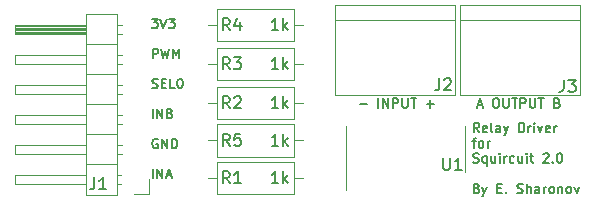
<source format=gbr>
%TF.GenerationSoftware,KiCad,Pcbnew,7.0.9*%
%TF.CreationDate,2025-02-03T19:38:27-05:00*%
%TF.ProjectId,squircuit_relay_prototyping,73717569-7263-4756-9974-5f72656c6179,rev?*%
%TF.SameCoordinates,Original*%
%TF.FileFunction,Legend,Top*%
%TF.FilePolarity,Positive*%
%FSLAX46Y46*%
G04 Gerber Fmt 4.6, Leading zero omitted, Abs format (unit mm)*
G04 Created by KiCad (PCBNEW 7.0.9) date 2025-02-03 19:38:27*
%MOMM*%
%LPD*%
G01*
G04 APERTURE LIST*
%ADD10C,0.150000*%
%ADD11C,0.120000*%
G04 APERTURE END LIST*
D10*
X28191064Y-19922200D02*
X28305350Y-19960295D01*
X28305350Y-19960295D02*
X28495826Y-19960295D01*
X28495826Y-19960295D02*
X28572017Y-19922200D01*
X28572017Y-19922200D02*
X28610112Y-19884104D01*
X28610112Y-19884104D02*
X28648207Y-19807914D01*
X28648207Y-19807914D02*
X28648207Y-19731723D01*
X28648207Y-19731723D02*
X28610112Y-19655533D01*
X28610112Y-19655533D02*
X28572017Y-19617438D01*
X28572017Y-19617438D02*
X28495826Y-19579342D01*
X28495826Y-19579342D02*
X28343445Y-19541247D01*
X28343445Y-19541247D02*
X28267255Y-19503152D01*
X28267255Y-19503152D02*
X28229160Y-19465057D01*
X28229160Y-19465057D02*
X28191064Y-19388866D01*
X28191064Y-19388866D02*
X28191064Y-19312676D01*
X28191064Y-19312676D02*
X28229160Y-19236485D01*
X28229160Y-19236485D02*
X28267255Y-19198390D01*
X28267255Y-19198390D02*
X28343445Y-19160295D01*
X28343445Y-19160295D02*
X28533922Y-19160295D01*
X28533922Y-19160295D02*
X28648207Y-19198390D01*
X28991065Y-19541247D02*
X29257731Y-19541247D01*
X29372017Y-19960295D02*
X28991065Y-19960295D01*
X28991065Y-19960295D02*
X28991065Y-19160295D01*
X28991065Y-19160295D02*
X29372017Y-19160295D01*
X30095827Y-19960295D02*
X29714875Y-19960295D01*
X29714875Y-19960295D02*
X29714875Y-19160295D01*
X30514875Y-19160295D02*
X30591065Y-19160295D01*
X30591065Y-19160295D02*
X30667256Y-19198390D01*
X30667256Y-19198390D02*
X30705351Y-19236485D01*
X30705351Y-19236485D02*
X30743446Y-19312676D01*
X30743446Y-19312676D02*
X30781541Y-19465057D01*
X30781541Y-19465057D02*
X30781541Y-19655533D01*
X30781541Y-19655533D02*
X30743446Y-19807914D01*
X30743446Y-19807914D02*
X30705351Y-19884104D01*
X30705351Y-19884104D02*
X30667256Y-19922200D01*
X30667256Y-19922200D02*
X30591065Y-19960295D01*
X30591065Y-19960295D02*
X30514875Y-19960295D01*
X30514875Y-19960295D02*
X30438684Y-19922200D01*
X30438684Y-19922200D02*
X30400589Y-19884104D01*
X30400589Y-19884104D02*
X30362494Y-19807914D01*
X30362494Y-19807914D02*
X30324398Y-19655533D01*
X30324398Y-19655533D02*
X30324398Y-19465057D01*
X30324398Y-19465057D02*
X30362494Y-19312676D01*
X30362494Y-19312676D02*
X30400589Y-19236485D01*
X30400589Y-19236485D02*
X30438684Y-19198390D01*
X30438684Y-19198390D02*
X30514875Y-19160295D01*
X28648207Y-24278390D02*
X28572017Y-24240295D01*
X28572017Y-24240295D02*
X28457731Y-24240295D01*
X28457731Y-24240295D02*
X28343445Y-24278390D01*
X28343445Y-24278390D02*
X28267255Y-24354580D01*
X28267255Y-24354580D02*
X28229160Y-24430771D01*
X28229160Y-24430771D02*
X28191064Y-24583152D01*
X28191064Y-24583152D02*
X28191064Y-24697438D01*
X28191064Y-24697438D02*
X28229160Y-24849819D01*
X28229160Y-24849819D02*
X28267255Y-24926009D01*
X28267255Y-24926009D02*
X28343445Y-25002200D01*
X28343445Y-25002200D02*
X28457731Y-25040295D01*
X28457731Y-25040295D02*
X28533922Y-25040295D01*
X28533922Y-25040295D02*
X28648207Y-25002200D01*
X28648207Y-25002200D02*
X28686303Y-24964104D01*
X28686303Y-24964104D02*
X28686303Y-24697438D01*
X28686303Y-24697438D02*
X28533922Y-24697438D01*
X29029160Y-25040295D02*
X29029160Y-24240295D01*
X29029160Y-24240295D02*
X29486303Y-25040295D01*
X29486303Y-25040295D02*
X29486303Y-24240295D01*
X29867255Y-25040295D02*
X29867255Y-24240295D01*
X29867255Y-24240295D02*
X30057731Y-24240295D01*
X30057731Y-24240295D02*
X30172017Y-24278390D01*
X30172017Y-24278390D02*
X30248207Y-24354580D01*
X30248207Y-24354580D02*
X30286302Y-24430771D01*
X30286302Y-24430771D02*
X30324398Y-24583152D01*
X30324398Y-24583152D02*
X30324398Y-24697438D01*
X30324398Y-24697438D02*
X30286302Y-24849819D01*
X30286302Y-24849819D02*
X30248207Y-24926009D01*
X30248207Y-24926009D02*
X30172017Y-25002200D01*
X30172017Y-25002200D02*
X30057731Y-25040295D01*
X30057731Y-25040295D02*
X29867255Y-25040295D01*
X55864303Y-23698295D02*
X55597636Y-23317342D01*
X55407160Y-23698295D02*
X55407160Y-22898295D01*
X55407160Y-22898295D02*
X55711922Y-22898295D01*
X55711922Y-22898295D02*
X55788112Y-22936390D01*
X55788112Y-22936390D02*
X55826207Y-22974485D01*
X55826207Y-22974485D02*
X55864303Y-23050676D01*
X55864303Y-23050676D02*
X55864303Y-23164961D01*
X55864303Y-23164961D02*
X55826207Y-23241152D01*
X55826207Y-23241152D02*
X55788112Y-23279247D01*
X55788112Y-23279247D02*
X55711922Y-23317342D01*
X55711922Y-23317342D02*
X55407160Y-23317342D01*
X56511922Y-23660200D02*
X56435731Y-23698295D01*
X56435731Y-23698295D02*
X56283350Y-23698295D01*
X56283350Y-23698295D02*
X56207160Y-23660200D01*
X56207160Y-23660200D02*
X56169064Y-23584009D01*
X56169064Y-23584009D02*
X56169064Y-23279247D01*
X56169064Y-23279247D02*
X56207160Y-23203057D01*
X56207160Y-23203057D02*
X56283350Y-23164961D01*
X56283350Y-23164961D02*
X56435731Y-23164961D01*
X56435731Y-23164961D02*
X56511922Y-23203057D01*
X56511922Y-23203057D02*
X56550017Y-23279247D01*
X56550017Y-23279247D02*
X56550017Y-23355438D01*
X56550017Y-23355438D02*
X56169064Y-23431628D01*
X57007159Y-23698295D02*
X56930969Y-23660200D01*
X56930969Y-23660200D02*
X56892874Y-23584009D01*
X56892874Y-23584009D02*
X56892874Y-22898295D01*
X57654779Y-23698295D02*
X57654779Y-23279247D01*
X57654779Y-23279247D02*
X57616684Y-23203057D01*
X57616684Y-23203057D02*
X57540493Y-23164961D01*
X57540493Y-23164961D02*
X57388112Y-23164961D01*
X57388112Y-23164961D02*
X57311922Y-23203057D01*
X57654779Y-23660200D02*
X57578588Y-23698295D01*
X57578588Y-23698295D02*
X57388112Y-23698295D01*
X57388112Y-23698295D02*
X57311922Y-23660200D01*
X57311922Y-23660200D02*
X57273826Y-23584009D01*
X57273826Y-23584009D02*
X57273826Y-23507819D01*
X57273826Y-23507819D02*
X57311922Y-23431628D01*
X57311922Y-23431628D02*
X57388112Y-23393533D01*
X57388112Y-23393533D02*
X57578588Y-23393533D01*
X57578588Y-23393533D02*
X57654779Y-23355438D01*
X57959541Y-23164961D02*
X58150017Y-23698295D01*
X58340494Y-23164961D02*
X58150017Y-23698295D01*
X58150017Y-23698295D02*
X58073827Y-23888771D01*
X58073827Y-23888771D02*
X58035732Y-23926866D01*
X58035732Y-23926866D02*
X57959541Y-23964961D01*
X59254780Y-23698295D02*
X59254780Y-22898295D01*
X59254780Y-22898295D02*
X59445256Y-22898295D01*
X59445256Y-22898295D02*
X59559542Y-22936390D01*
X59559542Y-22936390D02*
X59635732Y-23012580D01*
X59635732Y-23012580D02*
X59673827Y-23088771D01*
X59673827Y-23088771D02*
X59711923Y-23241152D01*
X59711923Y-23241152D02*
X59711923Y-23355438D01*
X59711923Y-23355438D02*
X59673827Y-23507819D01*
X59673827Y-23507819D02*
X59635732Y-23584009D01*
X59635732Y-23584009D02*
X59559542Y-23660200D01*
X59559542Y-23660200D02*
X59445256Y-23698295D01*
X59445256Y-23698295D02*
X59254780Y-23698295D01*
X60054780Y-23698295D02*
X60054780Y-23164961D01*
X60054780Y-23317342D02*
X60092875Y-23241152D01*
X60092875Y-23241152D02*
X60130970Y-23203057D01*
X60130970Y-23203057D02*
X60207161Y-23164961D01*
X60207161Y-23164961D02*
X60283351Y-23164961D01*
X60550018Y-23698295D02*
X60550018Y-23164961D01*
X60550018Y-22898295D02*
X60511922Y-22936390D01*
X60511922Y-22936390D02*
X60550018Y-22974485D01*
X60550018Y-22974485D02*
X60588113Y-22936390D01*
X60588113Y-22936390D02*
X60550018Y-22898295D01*
X60550018Y-22898295D02*
X60550018Y-22974485D01*
X60854779Y-23164961D02*
X61045255Y-23698295D01*
X61045255Y-23698295D02*
X61235732Y-23164961D01*
X61845256Y-23660200D02*
X61769065Y-23698295D01*
X61769065Y-23698295D02*
X61616684Y-23698295D01*
X61616684Y-23698295D02*
X61540494Y-23660200D01*
X61540494Y-23660200D02*
X61502398Y-23584009D01*
X61502398Y-23584009D02*
X61502398Y-23279247D01*
X61502398Y-23279247D02*
X61540494Y-23203057D01*
X61540494Y-23203057D02*
X61616684Y-23164961D01*
X61616684Y-23164961D02*
X61769065Y-23164961D01*
X61769065Y-23164961D02*
X61845256Y-23203057D01*
X61845256Y-23203057D02*
X61883351Y-23279247D01*
X61883351Y-23279247D02*
X61883351Y-23355438D01*
X61883351Y-23355438D02*
X61502398Y-23431628D01*
X62226208Y-23698295D02*
X62226208Y-23164961D01*
X62226208Y-23317342D02*
X62264303Y-23241152D01*
X62264303Y-23241152D02*
X62302398Y-23203057D01*
X62302398Y-23203057D02*
X62378589Y-23164961D01*
X62378589Y-23164961D02*
X62454779Y-23164961D01*
X55292874Y-24452961D02*
X55597636Y-24452961D01*
X55407160Y-24986295D02*
X55407160Y-24300580D01*
X55407160Y-24300580D02*
X55445255Y-24224390D01*
X55445255Y-24224390D02*
X55521445Y-24186295D01*
X55521445Y-24186295D02*
X55597636Y-24186295D01*
X55978588Y-24986295D02*
X55902398Y-24948200D01*
X55902398Y-24948200D02*
X55864303Y-24910104D01*
X55864303Y-24910104D02*
X55826207Y-24833914D01*
X55826207Y-24833914D02*
X55826207Y-24605342D01*
X55826207Y-24605342D02*
X55864303Y-24529152D01*
X55864303Y-24529152D02*
X55902398Y-24491057D01*
X55902398Y-24491057D02*
X55978588Y-24452961D01*
X55978588Y-24452961D02*
X56092874Y-24452961D01*
X56092874Y-24452961D02*
X56169065Y-24491057D01*
X56169065Y-24491057D02*
X56207160Y-24529152D01*
X56207160Y-24529152D02*
X56245255Y-24605342D01*
X56245255Y-24605342D02*
X56245255Y-24833914D01*
X56245255Y-24833914D02*
X56207160Y-24910104D01*
X56207160Y-24910104D02*
X56169065Y-24948200D01*
X56169065Y-24948200D02*
X56092874Y-24986295D01*
X56092874Y-24986295D02*
X55978588Y-24986295D01*
X56588113Y-24986295D02*
X56588113Y-24452961D01*
X56588113Y-24605342D02*
X56626208Y-24529152D01*
X56626208Y-24529152D02*
X56664303Y-24491057D01*
X56664303Y-24491057D02*
X56740494Y-24452961D01*
X56740494Y-24452961D02*
X56816684Y-24452961D01*
X55369064Y-26236200D02*
X55483350Y-26274295D01*
X55483350Y-26274295D02*
X55673826Y-26274295D01*
X55673826Y-26274295D02*
X55750017Y-26236200D01*
X55750017Y-26236200D02*
X55788112Y-26198104D01*
X55788112Y-26198104D02*
X55826207Y-26121914D01*
X55826207Y-26121914D02*
X55826207Y-26045723D01*
X55826207Y-26045723D02*
X55788112Y-25969533D01*
X55788112Y-25969533D02*
X55750017Y-25931438D01*
X55750017Y-25931438D02*
X55673826Y-25893342D01*
X55673826Y-25893342D02*
X55521445Y-25855247D01*
X55521445Y-25855247D02*
X55445255Y-25817152D01*
X55445255Y-25817152D02*
X55407160Y-25779057D01*
X55407160Y-25779057D02*
X55369064Y-25702866D01*
X55369064Y-25702866D02*
X55369064Y-25626676D01*
X55369064Y-25626676D02*
X55407160Y-25550485D01*
X55407160Y-25550485D02*
X55445255Y-25512390D01*
X55445255Y-25512390D02*
X55521445Y-25474295D01*
X55521445Y-25474295D02*
X55711922Y-25474295D01*
X55711922Y-25474295D02*
X55826207Y-25512390D01*
X56511922Y-25740961D02*
X56511922Y-26540961D01*
X56511922Y-26236200D02*
X56435731Y-26274295D01*
X56435731Y-26274295D02*
X56283350Y-26274295D01*
X56283350Y-26274295D02*
X56207160Y-26236200D01*
X56207160Y-26236200D02*
X56169065Y-26198104D01*
X56169065Y-26198104D02*
X56130969Y-26121914D01*
X56130969Y-26121914D02*
X56130969Y-25893342D01*
X56130969Y-25893342D02*
X56169065Y-25817152D01*
X56169065Y-25817152D02*
X56207160Y-25779057D01*
X56207160Y-25779057D02*
X56283350Y-25740961D01*
X56283350Y-25740961D02*
X56435731Y-25740961D01*
X56435731Y-25740961D02*
X56511922Y-25779057D01*
X57235732Y-25740961D02*
X57235732Y-26274295D01*
X56892875Y-25740961D02*
X56892875Y-26160009D01*
X56892875Y-26160009D02*
X56930970Y-26236200D01*
X56930970Y-26236200D02*
X57007160Y-26274295D01*
X57007160Y-26274295D02*
X57121446Y-26274295D01*
X57121446Y-26274295D02*
X57197637Y-26236200D01*
X57197637Y-26236200D02*
X57235732Y-26198104D01*
X57616685Y-26274295D02*
X57616685Y-25740961D01*
X57616685Y-25474295D02*
X57578589Y-25512390D01*
X57578589Y-25512390D02*
X57616685Y-25550485D01*
X57616685Y-25550485D02*
X57654780Y-25512390D01*
X57654780Y-25512390D02*
X57616685Y-25474295D01*
X57616685Y-25474295D02*
X57616685Y-25550485D01*
X57997637Y-26274295D02*
X57997637Y-25740961D01*
X57997637Y-25893342D02*
X58035732Y-25817152D01*
X58035732Y-25817152D02*
X58073827Y-25779057D01*
X58073827Y-25779057D02*
X58150018Y-25740961D01*
X58150018Y-25740961D02*
X58226208Y-25740961D01*
X58835732Y-26236200D02*
X58759541Y-26274295D01*
X58759541Y-26274295D02*
X58607160Y-26274295D01*
X58607160Y-26274295D02*
X58530970Y-26236200D01*
X58530970Y-26236200D02*
X58492875Y-26198104D01*
X58492875Y-26198104D02*
X58454779Y-26121914D01*
X58454779Y-26121914D02*
X58454779Y-25893342D01*
X58454779Y-25893342D02*
X58492875Y-25817152D01*
X58492875Y-25817152D02*
X58530970Y-25779057D01*
X58530970Y-25779057D02*
X58607160Y-25740961D01*
X58607160Y-25740961D02*
X58759541Y-25740961D01*
X58759541Y-25740961D02*
X58835732Y-25779057D01*
X59521446Y-25740961D02*
X59521446Y-26274295D01*
X59178589Y-25740961D02*
X59178589Y-26160009D01*
X59178589Y-26160009D02*
X59216684Y-26236200D01*
X59216684Y-26236200D02*
X59292874Y-26274295D01*
X59292874Y-26274295D02*
X59407160Y-26274295D01*
X59407160Y-26274295D02*
X59483351Y-26236200D01*
X59483351Y-26236200D02*
X59521446Y-26198104D01*
X59902399Y-26274295D02*
X59902399Y-25740961D01*
X59902399Y-25474295D02*
X59864303Y-25512390D01*
X59864303Y-25512390D02*
X59902399Y-25550485D01*
X59902399Y-25550485D02*
X59940494Y-25512390D01*
X59940494Y-25512390D02*
X59902399Y-25474295D01*
X59902399Y-25474295D02*
X59902399Y-25550485D01*
X60169065Y-25740961D02*
X60473827Y-25740961D01*
X60283351Y-25474295D02*
X60283351Y-26160009D01*
X60283351Y-26160009D02*
X60321446Y-26236200D01*
X60321446Y-26236200D02*
X60397636Y-26274295D01*
X60397636Y-26274295D02*
X60473827Y-26274295D01*
X61311922Y-25550485D02*
X61350018Y-25512390D01*
X61350018Y-25512390D02*
X61426208Y-25474295D01*
X61426208Y-25474295D02*
X61616684Y-25474295D01*
X61616684Y-25474295D02*
X61692875Y-25512390D01*
X61692875Y-25512390D02*
X61730970Y-25550485D01*
X61730970Y-25550485D02*
X61769065Y-25626676D01*
X61769065Y-25626676D02*
X61769065Y-25702866D01*
X61769065Y-25702866D02*
X61730970Y-25817152D01*
X61730970Y-25817152D02*
X61273827Y-26274295D01*
X61273827Y-26274295D02*
X61769065Y-26274295D01*
X62111923Y-26198104D02*
X62150018Y-26236200D01*
X62150018Y-26236200D02*
X62111923Y-26274295D01*
X62111923Y-26274295D02*
X62073827Y-26236200D01*
X62073827Y-26236200D02*
X62111923Y-26198104D01*
X62111923Y-26198104D02*
X62111923Y-26274295D01*
X62645256Y-25474295D02*
X62721446Y-25474295D01*
X62721446Y-25474295D02*
X62797637Y-25512390D01*
X62797637Y-25512390D02*
X62835732Y-25550485D01*
X62835732Y-25550485D02*
X62873827Y-25626676D01*
X62873827Y-25626676D02*
X62911922Y-25779057D01*
X62911922Y-25779057D02*
X62911922Y-25969533D01*
X62911922Y-25969533D02*
X62873827Y-26121914D01*
X62873827Y-26121914D02*
X62835732Y-26198104D01*
X62835732Y-26198104D02*
X62797637Y-26236200D01*
X62797637Y-26236200D02*
X62721446Y-26274295D01*
X62721446Y-26274295D02*
X62645256Y-26274295D01*
X62645256Y-26274295D02*
X62569065Y-26236200D01*
X62569065Y-26236200D02*
X62530970Y-26198104D01*
X62530970Y-26198104D02*
X62492875Y-26121914D01*
X62492875Y-26121914D02*
X62454779Y-25969533D01*
X62454779Y-25969533D02*
X62454779Y-25779057D01*
X62454779Y-25779057D02*
X62492875Y-25626676D01*
X62492875Y-25626676D02*
X62530970Y-25550485D01*
X62530970Y-25550485D02*
X62569065Y-25512390D01*
X62569065Y-25512390D02*
X62645256Y-25474295D01*
X55673826Y-28431247D02*
X55788112Y-28469342D01*
X55788112Y-28469342D02*
X55826207Y-28507438D01*
X55826207Y-28507438D02*
X55864303Y-28583628D01*
X55864303Y-28583628D02*
X55864303Y-28697914D01*
X55864303Y-28697914D02*
X55826207Y-28774104D01*
X55826207Y-28774104D02*
X55788112Y-28812200D01*
X55788112Y-28812200D02*
X55711922Y-28850295D01*
X55711922Y-28850295D02*
X55407160Y-28850295D01*
X55407160Y-28850295D02*
X55407160Y-28050295D01*
X55407160Y-28050295D02*
X55673826Y-28050295D01*
X55673826Y-28050295D02*
X55750017Y-28088390D01*
X55750017Y-28088390D02*
X55788112Y-28126485D01*
X55788112Y-28126485D02*
X55826207Y-28202676D01*
X55826207Y-28202676D02*
X55826207Y-28278866D01*
X55826207Y-28278866D02*
X55788112Y-28355057D01*
X55788112Y-28355057D02*
X55750017Y-28393152D01*
X55750017Y-28393152D02*
X55673826Y-28431247D01*
X55673826Y-28431247D02*
X55407160Y-28431247D01*
X56130969Y-28316961D02*
X56321445Y-28850295D01*
X56511922Y-28316961D02*
X56321445Y-28850295D01*
X56321445Y-28850295D02*
X56245255Y-29040771D01*
X56245255Y-29040771D02*
X56207160Y-29078866D01*
X56207160Y-29078866D02*
X56130969Y-29116961D01*
X57426208Y-28431247D02*
X57692874Y-28431247D01*
X57807160Y-28850295D02*
X57426208Y-28850295D01*
X57426208Y-28850295D02*
X57426208Y-28050295D01*
X57426208Y-28050295D02*
X57807160Y-28050295D01*
X58150018Y-28774104D02*
X58188113Y-28812200D01*
X58188113Y-28812200D02*
X58150018Y-28850295D01*
X58150018Y-28850295D02*
X58111922Y-28812200D01*
X58111922Y-28812200D02*
X58150018Y-28774104D01*
X58150018Y-28774104D02*
X58150018Y-28850295D01*
X59102398Y-28812200D02*
X59216684Y-28850295D01*
X59216684Y-28850295D02*
X59407160Y-28850295D01*
X59407160Y-28850295D02*
X59483351Y-28812200D01*
X59483351Y-28812200D02*
X59521446Y-28774104D01*
X59521446Y-28774104D02*
X59559541Y-28697914D01*
X59559541Y-28697914D02*
X59559541Y-28621723D01*
X59559541Y-28621723D02*
X59521446Y-28545533D01*
X59521446Y-28545533D02*
X59483351Y-28507438D01*
X59483351Y-28507438D02*
X59407160Y-28469342D01*
X59407160Y-28469342D02*
X59254779Y-28431247D01*
X59254779Y-28431247D02*
X59178589Y-28393152D01*
X59178589Y-28393152D02*
X59140494Y-28355057D01*
X59140494Y-28355057D02*
X59102398Y-28278866D01*
X59102398Y-28278866D02*
X59102398Y-28202676D01*
X59102398Y-28202676D02*
X59140494Y-28126485D01*
X59140494Y-28126485D02*
X59178589Y-28088390D01*
X59178589Y-28088390D02*
X59254779Y-28050295D01*
X59254779Y-28050295D02*
X59445256Y-28050295D01*
X59445256Y-28050295D02*
X59559541Y-28088390D01*
X59902399Y-28850295D02*
X59902399Y-28050295D01*
X60245256Y-28850295D02*
X60245256Y-28431247D01*
X60245256Y-28431247D02*
X60207161Y-28355057D01*
X60207161Y-28355057D02*
X60130970Y-28316961D01*
X60130970Y-28316961D02*
X60016684Y-28316961D01*
X60016684Y-28316961D02*
X59940494Y-28355057D01*
X59940494Y-28355057D02*
X59902399Y-28393152D01*
X60969066Y-28850295D02*
X60969066Y-28431247D01*
X60969066Y-28431247D02*
X60930971Y-28355057D01*
X60930971Y-28355057D02*
X60854780Y-28316961D01*
X60854780Y-28316961D02*
X60702399Y-28316961D01*
X60702399Y-28316961D02*
X60626209Y-28355057D01*
X60969066Y-28812200D02*
X60892875Y-28850295D01*
X60892875Y-28850295D02*
X60702399Y-28850295D01*
X60702399Y-28850295D02*
X60626209Y-28812200D01*
X60626209Y-28812200D02*
X60588113Y-28736009D01*
X60588113Y-28736009D02*
X60588113Y-28659819D01*
X60588113Y-28659819D02*
X60626209Y-28583628D01*
X60626209Y-28583628D02*
X60702399Y-28545533D01*
X60702399Y-28545533D02*
X60892875Y-28545533D01*
X60892875Y-28545533D02*
X60969066Y-28507438D01*
X61350019Y-28850295D02*
X61350019Y-28316961D01*
X61350019Y-28469342D02*
X61388114Y-28393152D01*
X61388114Y-28393152D02*
X61426209Y-28355057D01*
X61426209Y-28355057D02*
X61502400Y-28316961D01*
X61502400Y-28316961D02*
X61578590Y-28316961D01*
X61959542Y-28850295D02*
X61883352Y-28812200D01*
X61883352Y-28812200D02*
X61845257Y-28774104D01*
X61845257Y-28774104D02*
X61807161Y-28697914D01*
X61807161Y-28697914D02*
X61807161Y-28469342D01*
X61807161Y-28469342D02*
X61845257Y-28393152D01*
X61845257Y-28393152D02*
X61883352Y-28355057D01*
X61883352Y-28355057D02*
X61959542Y-28316961D01*
X61959542Y-28316961D02*
X62073828Y-28316961D01*
X62073828Y-28316961D02*
X62150019Y-28355057D01*
X62150019Y-28355057D02*
X62188114Y-28393152D01*
X62188114Y-28393152D02*
X62226209Y-28469342D01*
X62226209Y-28469342D02*
X62226209Y-28697914D01*
X62226209Y-28697914D02*
X62188114Y-28774104D01*
X62188114Y-28774104D02*
X62150019Y-28812200D01*
X62150019Y-28812200D02*
X62073828Y-28850295D01*
X62073828Y-28850295D02*
X61959542Y-28850295D01*
X62569067Y-28316961D02*
X62569067Y-28850295D01*
X62569067Y-28393152D02*
X62607162Y-28355057D01*
X62607162Y-28355057D02*
X62683352Y-28316961D01*
X62683352Y-28316961D02*
X62797638Y-28316961D01*
X62797638Y-28316961D02*
X62873829Y-28355057D01*
X62873829Y-28355057D02*
X62911924Y-28431247D01*
X62911924Y-28431247D02*
X62911924Y-28850295D01*
X63407162Y-28850295D02*
X63330972Y-28812200D01*
X63330972Y-28812200D02*
X63292877Y-28774104D01*
X63292877Y-28774104D02*
X63254781Y-28697914D01*
X63254781Y-28697914D02*
X63254781Y-28469342D01*
X63254781Y-28469342D02*
X63292877Y-28393152D01*
X63292877Y-28393152D02*
X63330972Y-28355057D01*
X63330972Y-28355057D02*
X63407162Y-28316961D01*
X63407162Y-28316961D02*
X63521448Y-28316961D01*
X63521448Y-28316961D02*
X63597639Y-28355057D01*
X63597639Y-28355057D02*
X63635734Y-28393152D01*
X63635734Y-28393152D02*
X63673829Y-28469342D01*
X63673829Y-28469342D02*
X63673829Y-28697914D01*
X63673829Y-28697914D02*
X63635734Y-28774104D01*
X63635734Y-28774104D02*
X63597639Y-28812200D01*
X63597639Y-28812200D02*
X63521448Y-28850295D01*
X63521448Y-28850295D02*
X63407162Y-28850295D01*
X63940496Y-28316961D02*
X64130972Y-28850295D01*
X64130972Y-28850295D02*
X64321449Y-28316961D01*
X55750064Y-21382723D02*
X56131017Y-21382723D01*
X55673874Y-21611295D02*
X55940541Y-20811295D01*
X55940541Y-20811295D02*
X56207207Y-21611295D01*
X57235779Y-20811295D02*
X57388160Y-20811295D01*
X57388160Y-20811295D02*
X57464350Y-20849390D01*
X57464350Y-20849390D02*
X57540541Y-20925580D01*
X57540541Y-20925580D02*
X57578636Y-21077961D01*
X57578636Y-21077961D02*
X57578636Y-21344628D01*
X57578636Y-21344628D02*
X57540541Y-21497009D01*
X57540541Y-21497009D02*
X57464350Y-21573200D01*
X57464350Y-21573200D02*
X57388160Y-21611295D01*
X57388160Y-21611295D02*
X57235779Y-21611295D01*
X57235779Y-21611295D02*
X57159588Y-21573200D01*
X57159588Y-21573200D02*
X57083398Y-21497009D01*
X57083398Y-21497009D02*
X57045302Y-21344628D01*
X57045302Y-21344628D02*
X57045302Y-21077961D01*
X57045302Y-21077961D02*
X57083398Y-20925580D01*
X57083398Y-20925580D02*
X57159588Y-20849390D01*
X57159588Y-20849390D02*
X57235779Y-20811295D01*
X57921493Y-20811295D02*
X57921493Y-21458914D01*
X57921493Y-21458914D02*
X57959588Y-21535104D01*
X57959588Y-21535104D02*
X57997683Y-21573200D01*
X57997683Y-21573200D02*
X58073874Y-21611295D01*
X58073874Y-21611295D02*
X58226255Y-21611295D01*
X58226255Y-21611295D02*
X58302445Y-21573200D01*
X58302445Y-21573200D02*
X58340540Y-21535104D01*
X58340540Y-21535104D02*
X58378636Y-21458914D01*
X58378636Y-21458914D02*
X58378636Y-20811295D01*
X58645302Y-20811295D02*
X59102445Y-20811295D01*
X58873873Y-21611295D02*
X58873873Y-20811295D01*
X59369112Y-21611295D02*
X59369112Y-20811295D01*
X59369112Y-20811295D02*
X59673874Y-20811295D01*
X59673874Y-20811295D02*
X59750064Y-20849390D01*
X59750064Y-20849390D02*
X59788159Y-20887485D01*
X59788159Y-20887485D02*
X59826255Y-20963676D01*
X59826255Y-20963676D02*
X59826255Y-21077961D01*
X59826255Y-21077961D02*
X59788159Y-21154152D01*
X59788159Y-21154152D02*
X59750064Y-21192247D01*
X59750064Y-21192247D02*
X59673874Y-21230342D01*
X59673874Y-21230342D02*
X59369112Y-21230342D01*
X60169112Y-20811295D02*
X60169112Y-21458914D01*
X60169112Y-21458914D02*
X60207207Y-21535104D01*
X60207207Y-21535104D02*
X60245302Y-21573200D01*
X60245302Y-21573200D02*
X60321493Y-21611295D01*
X60321493Y-21611295D02*
X60473874Y-21611295D01*
X60473874Y-21611295D02*
X60550064Y-21573200D01*
X60550064Y-21573200D02*
X60588159Y-21535104D01*
X60588159Y-21535104D02*
X60626255Y-21458914D01*
X60626255Y-21458914D02*
X60626255Y-20811295D01*
X60892921Y-20811295D02*
X61350064Y-20811295D01*
X61121492Y-21611295D02*
X61121492Y-20811295D01*
X62492921Y-21192247D02*
X62607207Y-21230342D01*
X62607207Y-21230342D02*
X62645302Y-21268438D01*
X62645302Y-21268438D02*
X62683398Y-21344628D01*
X62683398Y-21344628D02*
X62683398Y-21458914D01*
X62683398Y-21458914D02*
X62645302Y-21535104D01*
X62645302Y-21535104D02*
X62607207Y-21573200D01*
X62607207Y-21573200D02*
X62531017Y-21611295D01*
X62531017Y-21611295D02*
X62226255Y-21611295D01*
X62226255Y-21611295D02*
X62226255Y-20811295D01*
X62226255Y-20811295D02*
X62492921Y-20811295D01*
X62492921Y-20811295D02*
X62569112Y-20849390D01*
X62569112Y-20849390D02*
X62607207Y-20887485D01*
X62607207Y-20887485D02*
X62645302Y-20963676D01*
X62645302Y-20963676D02*
X62645302Y-21039866D01*
X62645302Y-21039866D02*
X62607207Y-21116057D01*
X62607207Y-21116057D02*
X62569112Y-21154152D01*
X62569112Y-21154152D02*
X62492921Y-21192247D01*
X62492921Y-21192247D02*
X62226255Y-21192247D01*
X28152969Y-14080295D02*
X28648207Y-14080295D01*
X28648207Y-14080295D02*
X28381541Y-14385057D01*
X28381541Y-14385057D02*
X28495826Y-14385057D01*
X28495826Y-14385057D02*
X28572017Y-14423152D01*
X28572017Y-14423152D02*
X28610112Y-14461247D01*
X28610112Y-14461247D02*
X28648207Y-14537438D01*
X28648207Y-14537438D02*
X28648207Y-14727914D01*
X28648207Y-14727914D02*
X28610112Y-14804104D01*
X28610112Y-14804104D02*
X28572017Y-14842200D01*
X28572017Y-14842200D02*
X28495826Y-14880295D01*
X28495826Y-14880295D02*
X28267255Y-14880295D01*
X28267255Y-14880295D02*
X28191064Y-14842200D01*
X28191064Y-14842200D02*
X28152969Y-14804104D01*
X28876779Y-14080295D02*
X29143446Y-14880295D01*
X29143446Y-14880295D02*
X29410112Y-14080295D01*
X29600588Y-14080295D02*
X30095826Y-14080295D01*
X30095826Y-14080295D02*
X29829160Y-14385057D01*
X29829160Y-14385057D02*
X29943445Y-14385057D01*
X29943445Y-14385057D02*
X30019636Y-14423152D01*
X30019636Y-14423152D02*
X30057731Y-14461247D01*
X30057731Y-14461247D02*
X30095826Y-14537438D01*
X30095826Y-14537438D02*
X30095826Y-14727914D01*
X30095826Y-14727914D02*
X30057731Y-14804104D01*
X30057731Y-14804104D02*
X30019636Y-14842200D01*
X30019636Y-14842200D02*
X29943445Y-14880295D01*
X29943445Y-14880295D02*
X29714874Y-14880295D01*
X29714874Y-14880295D02*
X29638683Y-14842200D01*
X29638683Y-14842200D02*
X29600588Y-14804104D01*
X28229160Y-17420295D02*
X28229160Y-16620295D01*
X28229160Y-16620295D02*
X28533922Y-16620295D01*
X28533922Y-16620295D02*
X28610112Y-16658390D01*
X28610112Y-16658390D02*
X28648207Y-16696485D01*
X28648207Y-16696485D02*
X28686303Y-16772676D01*
X28686303Y-16772676D02*
X28686303Y-16886961D01*
X28686303Y-16886961D02*
X28648207Y-16963152D01*
X28648207Y-16963152D02*
X28610112Y-17001247D01*
X28610112Y-17001247D02*
X28533922Y-17039342D01*
X28533922Y-17039342D02*
X28229160Y-17039342D01*
X28952969Y-16620295D02*
X29143445Y-17420295D01*
X29143445Y-17420295D02*
X29295826Y-16848866D01*
X29295826Y-16848866D02*
X29448207Y-17420295D01*
X29448207Y-17420295D02*
X29638684Y-16620295D01*
X29943446Y-17420295D02*
X29943446Y-16620295D01*
X29943446Y-16620295D02*
X30210112Y-17191723D01*
X30210112Y-17191723D02*
X30476779Y-16620295D01*
X30476779Y-16620295D02*
X30476779Y-17420295D01*
X45755160Y-21306533D02*
X46364684Y-21306533D01*
X47355160Y-21611295D02*
X47355160Y-20811295D01*
X47736112Y-21611295D02*
X47736112Y-20811295D01*
X47736112Y-20811295D02*
X48193255Y-21611295D01*
X48193255Y-21611295D02*
X48193255Y-20811295D01*
X48574207Y-21611295D02*
X48574207Y-20811295D01*
X48574207Y-20811295D02*
X48878969Y-20811295D01*
X48878969Y-20811295D02*
X48955159Y-20849390D01*
X48955159Y-20849390D02*
X48993254Y-20887485D01*
X48993254Y-20887485D02*
X49031350Y-20963676D01*
X49031350Y-20963676D02*
X49031350Y-21077961D01*
X49031350Y-21077961D02*
X48993254Y-21154152D01*
X48993254Y-21154152D02*
X48955159Y-21192247D01*
X48955159Y-21192247D02*
X48878969Y-21230342D01*
X48878969Y-21230342D02*
X48574207Y-21230342D01*
X49374207Y-20811295D02*
X49374207Y-21458914D01*
X49374207Y-21458914D02*
X49412302Y-21535104D01*
X49412302Y-21535104D02*
X49450397Y-21573200D01*
X49450397Y-21573200D02*
X49526588Y-21611295D01*
X49526588Y-21611295D02*
X49678969Y-21611295D01*
X49678969Y-21611295D02*
X49755159Y-21573200D01*
X49755159Y-21573200D02*
X49793254Y-21535104D01*
X49793254Y-21535104D02*
X49831350Y-21458914D01*
X49831350Y-21458914D02*
X49831350Y-20811295D01*
X50098016Y-20811295D02*
X50555159Y-20811295D01*
X50326587Y-21611295D02*
X50326587Y-20811295D01*
X51431350Y-21306533D02*
X52040874Y-21306533D01*
X51736112Y-21611295D02*
X51736112Y-21001771D01*
X28229160Y-22500295D02*
X28229160Y-21700295D01*
X28610112Y-22500295D02*
X28610112Y-21700295D01*
X28610112Y-21700295D02*
X29067255Y-22500295D01*
X29067255Y-22500295D02*
X29067255Y-21700295D01*
X29714873Y-22081247D02*
X29829159Y-22119342D01*
X29829159Y-22119342D02*
X29867254Y-22157438D01*
X29867254Y-22157438D02*
X29905350Y-22233628D01*
X29905350Y-22233628D02*
X29905350Y-22347914D01*
X29905350Y-22347914D02*
X29867254Y-22424104D01*
X29867254Y-22424104D02*
X29829159Y-22462200D01*
X29829159Y-22462200D02*
X29752969Y-22500295D01*
X29752969Y-22500295D02*
X29448207Y-22500295D01*
X29448207Y-22500295D02*
X29448207Y-21700295D01*
X29448207Y-21700295D02*
X29714873Y-21700295D01*
X29714873Y-21700295D02*
X29791064Y-21738390D01*
X29791064Y-21738390D02*
X29829159Y-21776485D01*
X29829159Y-21776485D02*
X29867254Y-21852676D01*
X29867254Y-21852676D02*
X29867254Y-21928866D01*
X29867254Y-21928866D02*
X29829159Y-22005057D01*
X29829159Y-22005057D02*
X29791064Y-22043152D01*
X29791064Y-22043152D02*
X29714873Y-22081247D01*
X29714873Y-22081247D02*
X29448207Y-22081247D01*
X28229160Y-27580295D02*
X28229160Y-26780295D01*
X28610112Y-27580295D02*
X28610112Y-26780295D01*
X28610112Y-26780295D02*
X29067255Y-27580295D01*
X29067255Y-27580295D02*
X29067255Y-26780295D01*
X29410111Y-27351723D02*
X29791064Y-27351723D01*
X29333921Y-27580295D02*
X29600588Y-26780295D01*
X29600588Y-26780295D02*
X29867254Y-27580295D01*
X23288666Y-27521819D02*
X23288666Y-28236104D01*
X23288666Y-28236104D02*
X23241047Y-28378961D01*
X23241047Y-28378961D02*
X23145809Y-28474200D01*
X23145809Y-28474200D02*
X23002952Y-28521819D01*
X23002952Y-28521819D02*
X22907714Y-28521819D01*
X24288666Y-28521819D02*
X23717238Y-28521819D01*
X24002952Y-28521819D02*
X24002952Y-27521819D01*
X24002952Y-27521819D02*
X23907714Y-27664676D01*
X23907714Y-27664676D02*
X23812476Y-27759914D01*
X23812476Y-27759914D02*
X23717238Y-27807533D01*
X63039666Y-19266819D02*
X63039666Y-19981104D01*
X63039666Y-19981104D02*
X62992047Y-20123961D01*
X62992047Y-20123961D02*
X62896809Y-20219200D01*
X62896809Y-20219200D02*
X62753952Y-20266819D01*
X62753952Y-20266819D02*
X62658714Y-20266819D01*
X63420619Y-19266819D02*
X64039666Y-19266819D01*
X64039666Y-19266819D02*
X63706333Y-19647771D01*
X63706333Y-19647771D02*
X63849190Y-19647771D01*
X63849190Y-19647771D02*
X63944428Y-19695390D01*
X63944428Y-19695390D02*
X63992047Y-19743009D01*
X63992047Y-19743009D02*
X64039666Y-19838247D01*
X64039666Y-19838247D02*
X64039666Y-20076342D01*
X64039666Y-20076342D02*
X63992047Y-20171580D01*
X63992047Y-20171580D02*
X63944428Y-20219200D01*
X63944428Y-20219200D02*
X63849190Y-20266819D01*
X63849190Y-20266819D02*
X63563476Y-20266819D01*
X63563476Y-20266819D02*
X63468238Y-20219200D01*
X63468238Y-20219200D02*
X63420619Y-20171580D01*
X52832095Y-25870819D02*
X52832095Y-26680342D01*
X52832095Y-26680342D02*
X52879714Y-26775580D01*
X52879714Y-26775580D02*
X52927333Y-26823200D01*
X52927333Y-26823200D02*
X53022571Y-26870819D01*
X53022571Y-26870819D02*
X53213047Y-26870819D01*
X53213047Y-26870819D02*
X53308285Y-26823200D01*
X53308285Y-26823200D02*
X53355904Y-26775580D01*
X53355904Y-26775580D02*
X53403523Y-26680342D01*
X53403523Y-26680342D02*
X53403523Y-25870819D01*
X54403523Y-26870819D02*
X53832095Y-26870819D01*
X54117809Y-26870819D02*
X54117809Y-25870819D01*
X54117809Y-25870819D02*
X54022571Y-26013676D01*
X54022571Y-26013676D02*
X53927333Y-26108914D01*
X53927333Y-26108914D02*
X53832095Y-26156533D01*
X52498666Y-19139819D02*
X52498666Y-19854104D01*
X52498666Y-19854104D02*
X52451047Y-19996961D01*
X52451047Y-19996961D02*
X52355809Y-20092200D01*
X52355809Y-20092200D02*
X52212952Y-20139819D01*
X52212952Y-20139819D02*
X52117714Y-20139819D01*
X52927238Y-19235057D02*
X52974857Y-19187438D01*
X52974857Y-19187438D02*
X53070095Y-19139819D01*
X53070095Y-19139819D02*
X53308190Y-19139819D01*
X53308190Y-19139819D02*
X53403428Y-19187438D01*
X53403428Y-19187438D02*
X53451047Y-19235057D01*
X53451047Y-19235057D02*
X53498666Y-19330295D01*
X53498666Y-19330295D02*
X53498666Y-19425533D01*
X53498666Y-19425533D02*
X53451047Y-19568390D01*
X53451047Y-19568390D02*
X52879619Y-20139819D01*
X52879619Y-20139819D02*
X53498666Y-20139819D01*
X34758333Y-21663819D02*
X34425000Y-21187628D01*
X34186905Y-21663819D02*
X34186905Y-20663819D01*
X34186905Y-20663819D02*
X34567857Y-20663819D01*
X34567857Y-20663819D02*
X34663095Y-20711438D01*
X34663095Y-20711438D02*
X34710714Y-20759057D01*
X34710714Y-20759057D02*
X34758333Y-20854295D01*
X34758333Y-20854295D02*
X34758333Y-20997152D01*
X34758333Y-20997152D02*
X34710714Y-21092390D01*
X34710714Y-21092390D02*
X34663095Y-21140009D01*
X34663095Y-21140009D02*
X34567857Y-21187628D01*
X34567857Y-21187628D02*
X34186905Y-21187628D01*
X35139286Y-20759057D02*
X35186905Y-20711438D01*
X35186905Y-20711438D02*
X35282143Y-20663819D01*
X35282143Y-20663819D02*
X35520238Y-20663819D01*
X35520238Y-20663819D02*
X35615476Y-20711438D01*
X35615476Y-20711438D02*
X35663095Y-20759057D01*
X35663095Y-20759057D02*
X35710714Y-20854295D01*
X35710714Y-20854295D02*
X35710714Y-20949533D01*
X35710714Y-20949533D02*
X35663095Y-21092390D01*
X35663095Y-21092390D02*
X35091667Y-21663819D01*
X35091667Y-21663819D02*
X35710714Y-21663819D01*
X38869952Y-21663819D02*
X38298524Y-21663819D01*
X38584238Y-21663819D02*
X38584238Y-20663819D01*
X38584238Y-20663819D02*
X38489000Y-20806676D01*
X38489000Y-20806676D02*
X38393762Y-20901914D01*
X38393762Y-20901914D02*
X38298524Y-20949533D01*
X39298524Y-21663819D02*
X39298524Y-20663819D01*
X39393762Y-21282866D02*
X39679476Y-21663819D01*
X39679476Y-20997152D02*
X39298524Y-21378104D01*
X34758333Y-15059819D02*
X34425000Y-14583628D01*
X34186905Y-15059819D02*
X34186905Y-14059819D01*
X34186905Y-14059819D02*
X34567857Y-14059819D01*
X34567857Y-14059819D02*
X34663095Y-14107438D01*
X34663095Y-14107438D02*
X34710714Y-14155057D01*
X34710714Y-14155057D02*
X34758333Y-14250295D01*
X34758333Y-14250295D02*
X34758333Y-14393152D01*
X34758333Y-14393152D02*
X34710714Y-14488390D01*
X34710714Y-14488390D02*
X34663095Y-14536009D01*
X34663095Y-14536009D02*
X34567857Y-14583628D01*
X34567857Y-14583628D02*
X34186905Y-14583628D01*
X35615476Y-14393152D02*
X35615476Y-15059819D01*
X35377381Y-14012200D02*
X35139286Y-14726485D01*
X35139286Y-14726485D02*
X35758333Y-14726485D01*
X38869952Y-15059819D02*
X38298524Y-15059819D01*
X38584238Y-15059819D02*
X38584238Y-14059819D01*
X38584238Y-14059819D02*
X38489000Y-14202676D01*
X38489000Y-14202676D02*
X38393762Y-14297914D01*
X38393762Y-14297914D02*
X38298524Y-14345533D01*
X39298524Y-15059819D02*
X39298524Y-14059819D01*
X39393762Y-14678866D02*
X39679476Y-15059819D01*
X39679476Y-14393152D02*
X39298524Y-14774104D01*
X34758333Y-18361819D02*
X34425000Y-17885628D01*
X34186905Y-18361819D02*
X34186905Y-17361819D01*
X34186905Y-17361819D02*
X34567857Y-17361819D01*
X34567857Y-17361819D02*
X34663095Y-17409438D01*
X34663095Y-17409438D02*
X34710714Y-17457057D01*
X34710714Y-17457057D02*
X34758333Y-17552295D01*
X34758333Y-17552295D02*
X34758333Y-17695152D01*
X34758333Y-17695152D02*
X34710714Y-17790390D01*
X34710714Y-17790390D02*
X34663095Y-17838009D01*
X34663095Y-17838009D02*
X34567857Y-17885628D01*
X34567857Y-17885628D02*
X34186905Y-17885628D01*
X35091667Y-17361819D02*
X35710714Y-17361819D01*
X35710714Y-17361819D02*
X35377381Y-17742771D01*
X35377381Y-17742771D02*
X35520238Y-17742771D01*
X35520238Y-17742771D02*
X35615476Y-17790390D01*
X35615476Y-17790390D02*
X35663095Y-17838009D01*
X35663095Y-17838009D02*
X35710714Y-17933247D01*
X35710714Y-17933247D02*
X35710714Y-18171342D01*
X35710714Y-18171342D02*
X35663095Y-18266580D01*
X35663095Y-18266580D02*
X35615476Y-18314200D01*
X35615476Y-18314200D02*
X35520238Y-18361819D01*
X35520238Y-18361819D02*
X35234524Y-18361819D01*
X35234524Y-18361819D02*
X35139286Y-18314200D01*
X35139286Y-18314200D02*
X35091667Y-18266580D01*
X38869952Y-18361819D02*
X38298524Y-18361819D01*
X38584238Y-18361819D02*
X38584238Y-17361819D01*
X38584238Y-17361819D02*
X38489000Y-17504676D01*
X38489000Y-17504676D02*
X38393762Y-17599914D01*
X38393762Y-17599914D02*
X38298524Y-17647533D01*
X39298524Y-18361819D02*
X39298524Y-17361819D01*
X39393762Y-17980866D02*
X39679476Y-18361819D01*
X39679476Y-17695152D02*
X39298524Y-18076104D01*
X34758333Y-28013819D02*
X34425000Y-27537628D01*
X34186905Y-28013819D02*
X34186905Y-27013819D01*
X34186905Y-27013819D02*
X34567857Y-27013819D01*
X34567857Y-27013819D02*
X34663095Y-27061438D01*
X34663095Y-27061438D02*
X34710714Y-27109057D01*
X34710714Y-27109057D02*
X34758333Y-27204295D01*
X34758333Y-27204295D02*
X34758333Y-27347152D01*
X34758333Y-27347152D02*
X34710714Y-27442390D01*
X34710714Y-27442390D02*
X34663095Y-27490009D01*
X34663095Y-27490009D02*
X34567857Y-27537628D01*
X34567857Y-27537628D02*
X34186905Y-27537628D01*
X35710714Y-28013819D02*
X35139286Y-28013819D01*
X35425000Y-28013819D02*
X35425000Y-27013819D01*
X35425000Y-27013819D02*
X35329762Y-27156676D01*
X35329762Y-27156676D02*
X35234524Y-27251914D01*
X35234524Y-27251914D02*
X35139286Y-27299533D01*
X38869952Y-28013819D02*
X38298524Y-28013819D01*
X38584238Y-28013819D02*
X38584238Y-27013819D01*
X38584238Y-27013819D02*
X38489000Y-27156676D01*
X38489000Y-27156676D02*
X38393762Y-27251914D01*
X38393762Y-27251914D02*
X38298524Y-27299533D01*
X39298524Y-28013819D02*
X39298524Y-27013819D01*
X39393762Y-27632866D02*
X39679476Y-28013819D01*
X39679476Y-27347152D02*
X39298524Y-27728104D01*
X34758333Y-24838819D02*
X34425000Y-24362628D01*
X34186905Y-24838819D02*
X34186905Y-23838819D01*
X34186905Y-23838819D02*
X34567857Y-23838819D01*
X34567857Y-23838819D02*
X34663095Y-23886438D01*
X34663095Y-23886438D02*
X34710714Y-23934057D01*
X34710714Y-23934057D02*
X34758333Y-24029295D01*
X34758333Y-24029295D02*
X34758333Y-24172152D01*
X34758333Y-24172152D02*
X34710714Y-24267390D01*
X34710714Y-24267390D02*
X34663095Y-24315009D01*
X34663095Y-24315009D02*
X34567857Y-24362628D01*
X34567857Y-24362628D02*
X34186905Y-24362628D01*
X35663095Y-23838819D02*
X35186905Y-23838819D01*
X35186905Y-23838819D02*
X35139286Y-24315009D01*
X35139286Y-24315009D02*
X35186905Y-24267390D01*
X35186905Y-24267390D02*
X35282143Y-24219771D01*
X35282143Y-24219771D02*
X35520238Y-24219771D01*
X35520238Y-24219771D02*
X35615476Y-24267390D01*
X35615476Y-24267390D02*
X35663095Y-24315009D01*
X35663095Y-24315009D02*
X35710714Y-24410247D01*
X35710714Y-24410247D02*
X35710714Y-24648342D01*
X35710714Y-24648342D02*
X35663095Y-24743580D01*
X35663095Y-24743580D02*
X35615476Y-24791200D01*
X35615476Y-24791200D02*
X35520238Y-24838819D01*
X35520238Y-24838819D02*
X35282143Y-24838819D01*
X35282143Y-24838819D02*
X35186905Y-24791200D01*
X35186905Y-24791200D02*
X35139286Y-24743580D01*
X38869952Y-24838819D02*
X38298524Y-24838819D01*
X38584238Y-24838819D02*
X38584238Y-23838819D01*
X38584238Y-23838819D02*
X38489000Y-23981676D01*
X38489000Y-23981676D02*
X38393762Y-24076914D01*
X38393762Y-24076914D02*
X38298524Y-24124533D01*
X39298524Y-24838819D02*
X39298524Y-23838819D01*
X39393762Y-24457866D02*
X39679476Y-24838819D01*
X39679476Y-24172152D02*
X39298524Y-24553104D01*
D11*
%TO.C,J1*%
X27940000Y-28956000D02*
X26670000Y-28956000D01*
X27940000Y-27686000D02*
X27940000Y-28956000D01*
X25627071Y-25526000D02*
X25230000Y-25526000D01*
X25627071Y-24766000D02*
X25230000Y-24766000D01*
X25627071Y-22986000D02*
X25230000Y-22986000D01*
X25627071Y-22226000D02*
X25230000Y-22226000D01*
X25627071Y-20446000D02*
X25230000Y-20446000D01*
X25627071Y-19686000D02*
X25230000Y-19686000D01*
X25627071Y-17906000D02*
X25230000Y-17906000D01*
X25627071Y-17146000D02*
X25230000Y-17146000D01*
X25627071Y-15366000D02*
X25230000Y-15366000D01*
X25627071Y-14606000D02*
X25230000Y-14606000D01*
X25560000Y-28066000D02*
X25230000Y-28066000D01*
X25560000Y-27306000D02*
X25230000Y-27306000D01*
X25230000Y-29016000D02*
X25230000Y-13656000D01*
X25230000Y-26416000D02*
X22570000Y-26416000D01*
X25230000Y-23876000D02*
X22570000Y-23876000D01*
X25230000Y-21336000D02*
X22570000Y-21336000D01*
X25230000Y-18796000D02*
X22570000Y-18796000D01*
X25230000Y-16256000D02*
X22570000Y-16256000D01*
X25230000Y-13656000D02*
X22570000Y-13656000D01*
X22570000Y-29016000D02*
X25230000Y-29016000D01*
X22570000Y-28066000D02*
X16570000Y-28066000D01*
X22570000Y-25526000D02*
X16570000Y-25526000D01*
X22570000Y-22986000D02*
X16570000Y-22986000D01*
X22570000Y-20446000D02*
X16570000Y-20446000D01*
X22570000Y-17906000D02*
X16570000Y-17906000D01*
X22570000Y-15366000D02*
X16570000Y-15366000D01*
X22570000Y-15306000D02*
X16570000Y-15306000D01*
X22570000Y-15186000D02*
X16570000Y-15186000D01*
X22570000Y-15066000D02*
X16570000Y-15066000D01*
X22570000Y-14946000D02*
X16570000Y-14946000D01*
X22570000Y-14826000D02*
X16570000Y-14826000D01*
X22570000Y-14706000D02*
X16570000Y-14706000D01*
X22570000Y-13656000D02*
X22570000Y-29016000D01*
X16570000Y-28066000D02*
X16570000Y-27306000D01*
X16570000Y-27306000D02*
X22570000Y-27306000D01*
X16570000Y-25526000D02*
X16570000Y-24766000D01*
X16570000Y-24766000D02*
X22570000Y-24766000D01*
X16570000Y-22986000D02*
X16570000Y-22226000D01*
X16570000Y-22226000D02*
X22570000Y-22226000D01*
X16570000Y-20446000D02*
X16570000Y-19686000D01*
X16570000Y-19686000D02*
X22570000Y-19686000D01*
X16570000Y-17906000D02*
X16570000Y-17146000D01*
X16570000Y-17146000D02*
X22570000Y-17146000D01*
X16570000Y-15366000D02*
X16570000Y-14606000D01*
X16570000Y-14606000D02*
X22570000Y-14606000D01*
%TO.C,J3*%
X64389000Y-20574000D02*
X64389000Y-12954000D01*
X64389000Y-12954000D02*
X54229000Y-12954000D01*
X54229000Y-20574000D02*
X64389000Y-20574000D01*
X54229000Y-14224000D02*
X64389000Y-14224000D01*
X54229000Y-12954000D02*
X54229000Y-20574000D01*
%TO.C,U1*%
X44597000Y-25146000D02*
X44597000Y-28596000D01*
X44597000Y-25146000D02*
X44597000Y-23196000D01*
X54717000Y-25146000D02*
X54717000Y-27096000D01*
X54717000Y-25146000D02*
X54717000Y-23196000D01*
%TO.C,J2*%
X53848000Y-20574000D02*
X53848000Y-12954000D01*
X53848000Y-12954000D02*
X43688000Y-12954000D01*
X43688000Y-20574000D02*
X53848000Y-20574000D01*
X43688000Y-14224000D02*
X53848000Y-14224000D01*
X43688000Y-12954000D02*
X43688000Y-20574000D01*
%TO.C,R2*%
X32917000Y-21209000D02*
X33687000Y-21209000D01*
X33687000Y-19839000D02*
X33687000Y-22579000D01*
X33687000Y-22579000D02*
X40227000Y-22579000D01*
X40227000Y-19839000D02*
X33687000Y-19839000D01*
X40227000Y-22579000D02*
X40227000Y-19839000D01*
X40997000Y-21209000D02*
X40227000Y-21209000D01*
%TO.C,R4*%
X32917000Y-14605000D02*
X33687000Y-14605000D01*
X33687000Y-13235000D02*
X33687000Y-15975000D01*
X33687000Y-15975000D02*
X40227000Y-15975000D01*
X40227000Y-13235000D02*
X33687000Y-13235000D01*
X40227000Y-15975000D02*
X40227000Y-13235000D01*
X40997000Y-14605000D02*
X40227000Y-14605000D01*
%TO.C,R3*%
X32917000Y-17907000D02*
X33687000Y-17907000D01*
X33687000Y-16537000D02*
X33687000Y-19277000D01*
X33687000Y-19277000D02*
X40227000Y-19277000D01*
X40227000Y-16537000D02*
X33687000Y-16537000D01*
X40227000Y-19277000D02*
X40227000Y-16537000D01*
X40997000Y-17907000D02*
X40227000Y-17907000D01*
%TO.C,R1*%
X32917000Y-27559000D02*
X33687000Y-27559000D01*
X33687000Y-26189000D02*
X33687000Y-28929000D01*
X33687000Y-28929000D02*
X40227000Y-28929000D01*
X40227000Y-26189000D02*
X33687000Y-26189000D01*
X40227000Y-28929000D02*
X40227000Y-26189000D01*
X40997000Y-27559000D02*
X40227000Y-27559000D01*
%TO.C,R5*%
X32917000Y-24384000D02*
X33687000Y-24384000D01*
X33687000Y-23014000D02*
X33687000Y-25754000D01*
X33687000Y-25754000D02*
X40227000Y-25754000D01*
X40227000Y-23014000D02*
X33687000Y-23014000D01*
X40227000Y-25754000D02*
X40227000Y-23014000D01*
X40997000Y-24384000D02*
X40227000Y-24384000D01*
%TD*%
M02*

</source>
